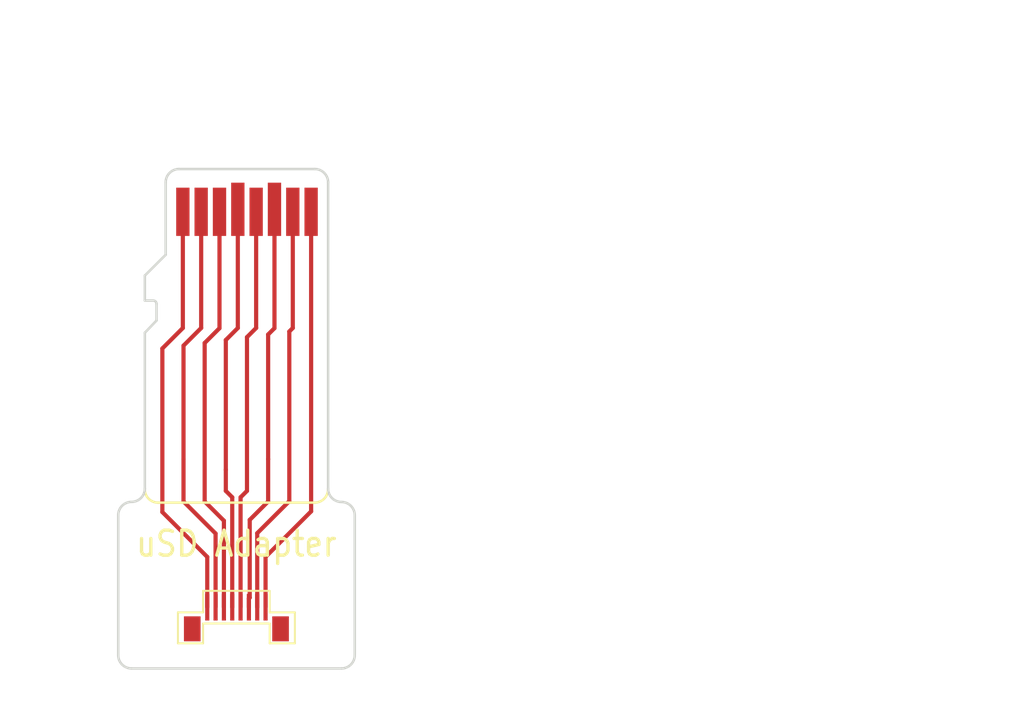
<source format=kicad_pcb>
(kicad_pcb (version 20171130) (host pcbnew 5.1.5+dfsg1-2build2)

  (general
    (thickness 1.6)
    (drawings 37)
    (tracks 43)
    (zones 0)
    (modules 2)
    (nets 9)
  )

  (page A4)
  (title_block
    (title "Micro SD card adapter")
    (date 2016-02-26)
    (rev 1)
    (company SRPOL)
    (comment 1 "Author: Adam Malinowski <a.malinowsk2@partner.samsung.com>")
    (comment 2 "Copyright (c) 2016 Samsung Electronics Co., Ltd All Rights Reserved")
  )

  (layers
    (0 F.Cu signal)
    (31 B.Cu signal)
    (32 B.Adhes user)
    (33 F.Adhes user)
    (34 B.Paste user)
    (35 F.Paste user)
    (36 B.SilkS user)
    (37 F.SilkS user)
    (38 B.Mask user)
    (39 F.Mask user)
    (40 Dwgs.User user)
    (41 Cmts.User user)
    (42 Eco1.User user)
    (43 Eco2.User user)
    (44 Edge.Cuts user)
    (45 Margin user)
    (46 B.CrtYd user)
    (47 F.CrtYd user)
    (48 B.Fab user)
    (49 F.Fab user)
  )

  (setup
    (last_trace_width 0.25)
    (trace_clearance 0.2)
    (zone_clearance 0.508)
    (zone_45_only no)
    (trace_min 0.2)
    (via_size 0.6)
    (via_drill 0.4)
    (via_min_size 0.4)
    (via_min_drill 0.3)
    (uvia_size 0.3)
    (uvia_drill 0.1)
    (uvias_allowed no)
    (uvia_min_size 0.2)
    (uvia_min_drill 0.1)
    (edge_width 0.15)
    (segment_width 0.15)
    (pcb_text_width 0.3)
    (pcb_text_size 1.5 1.5)
    (mod_edge_width 0.15)
    (mod_text_size 1 1)
    (mod_text_width 0.15)
    (pad_size 0.8 2.9)
    (pad_drill 0)
    (pad_to_mask_clearance 0.2)
    (aux_axis_origin 157.627 115.013)
    (grid_origin 146.07 110.06)
    (visible_elements FFFFFF7F)
    (pcbplotparams
      (layerselection 0x010fc_ffffffff)
      (usegerberextensions true)
      (usegerberattributes false)
      (usegerberadvancedattributes false)
      (creategerberjobfile false)
      (excludeedgelayer true)
      (linewidth 0.100000)
      (plotframeref false)
      (viasonmask false)
      (mode 1)
      (useauxorigin true)
      (hpglpennumber 1)
      (hpglpenspeed 20)
      (hpglpendiameter 15.000000)
      (psnegative false)
      (psa4output false)
      (plotreference false)
      (plotvalue false)
      (plotinvisibletext false)
      (padsonsilk false)
      (subtractmaskfromsilk true)
      (outputformat 1)
      (mirror false)
      (drillshape 0)
      (scaleselection 1)
      (outputdirectory "gerbers/"))
  )

  (net 0 "")
  (net 1 /D1)
  (net 2 /D0)
  (net 3 /VSS)
  (net 4 /CLK)
  (net 5 /VDD)
  (net 6 /CMD)
  (net 7 /D3)
  (net 8 /D2)

  (net_class Default "This is the default net class."
    (clearance 0.2)
    (trace_width 0.25)
    (via_dia 0.6)
    (via_drill 0.4)
    (uvia_dia 0.3)
    (uvia_drill 0.1)
    (add_net /CLK)
    (add_net /CMD)
    (add_net /D0)
    (add_net /D1)
    (add_net /D2)
    (add_net /D3)
    (add_net /VDD)
    (add_net /VSS)
  )

  (module connectors:FPC_8 (layer F.Cu) (tedit 0) (tstamp 6169B4C7)
    (at 150.515 111.33)
    (path /6169630A)
    (attr smd)
    (fp_text reference J2 (at 0 1.95) (layer F.SilkS) hide
      (effects (font (size 1 1) (thickness 0.15)))
    )
    (fp_text value Conn_01x08 (at 0 3.1) (layer F.Fab)
      (effects (font (size 1 1) (thickness 0.15)))
    )
    (fp_line (start -3.75 -1.2) (end -3.75 2.4) (layer F.CrtYd) (width 0.05))
    (fp_line (start -3.75 2.4) (end 3.75 2.4) (layer F.CrtYd) (width 0.05))
    (fp_line (start 3.75 -1.2) (end 3.75 2.4) (layer F.CrtYd) (width 0.05))
    (fp_line (start -3.75 -1.2) (end 3.75 -1.2) (layer F.CrtYd) (width 0.05))
    (fp_line (start 2 0.31) (end 2 -0.98) (layer F.SilkS) (width 0.12))
    (fp_line (start -2 0.31) (end -2 -0.98) (layer F.SilkS) (width 0.12))
    (fp_line (start 3.51 0.31) (end 2 0.31) (layer F.SilkS) (width 0.12))
    (fp_line (start -3.51 0.31) (end -2 0.31) (layer F.SilkS) (width 0.12))
    (fp_line (start 3.51 2.17) (end 3.51 0.31) (layer F.SilkS) (width 0.12))
    (fp_line (start -3.51 2.17) (end -3.51 0.31) (layer F.SilkS) (width 0.12))
    (fp_line (start 2 2.17) (end 3.51 2.17) (layer F.SilkS) (width 0.12))
    (fp_line (start -2 2.17) (end -3.51 2.17) (layer F.SilkS) (width 0.12))
    (fp_line (start 2 0.98) (end 2 2.17) (layer F.SilkS) (width 0.12))
    (fp_line (start -2 0.98) (end -2 2.17) (layer F.SilkS) (width 0.12))
    (fp_line (start -2 0.98) (end 2 0.98) (layer F.SilkS) (width 0.12))
    (fp_line (start -2 -0.98) (end 2 -0.98) (layer F.SilkS) (width 0.12))
    (pad 0 smd rect (at 2.65 1.3) (size 1 1.5) (layers F.Cu F.Paste F.Mask))
    (pad 0 smd rect (at -2.65 1.3) (size 1 1.5) (layers F.Cu F.Paste F.Mask))
    (pad 8 smd rect (at 1.75 0) (size 0.25 1.6) (layers F.Cu F.Paste F.Mask)
      (net 1 /D1))
    (pad 7 smd rect (at 1.25 0) (size 0.25 1.6) (layers F.Cu F.Paste F.Mask)
      (net 2 /D0))
    (pad 6 smd rect (at 0.75 0) (size 0.25 1.6) (layers F.Cu F.Paste F.Mask)
      (net 3 /VSS))
    (pad 5 smd rect (at 0.25 0) (size 0.25 1.6) (layers F.Cu F.Paste F.Mask)
      (net 4 /CLK))
    (pad 4 smd rect (at -0.25 0) (size 0.25 1.6) (layers F.Cu F.Paste F.Mask)
      (net 5 /VDD))
    (pad 3 smd rect (at -0.75 0) (size 0.25 1.6) (layers F.Cu F.Paste F.Mask)
      (net 6 /CMD))
    (pad 2 smd rect (at -1.25 0) (size 0.25 1.6) (layers F.Cu F.Paste F.Mask)
      (net 7 /D3))
    (pad 1 smd rect (at -1.75 0) (size 0.25 1.6) (layers F.Cu F.Paste F.Mask)
      (net 8 /D2))
  )

  (module connectors:usd (layer F.Cu) (tedit 561E0908) (tstamp 5A844DA4)
    (at 147.3 87.58)
    (path /561E06AA)
    (fp_text reference J1 (at 3.79 2.35) (layer F.SilkS) hide
      (effects (font (size 1 1) (thickness 0.15)))
    )
    (fp_text value usd-plug (at 3.64 -2.55) (layer F.Fab) hide
      (effects (font (size 1 1) (thickness 0.15)))
    )
    (pad 8 smd rect (at 7.7 0) (size 0.8 2.9) (layers F.Cu F.Paste F.Mask)
      (net 1 /D1))
    (pad 7 smd rect (at 6.6 0) (size 0.8 2.9) (layers F.Cu F.Paste F.Mask)
      (net 2 /D0))
    (pad 6 smd rect (at 5.5 -0.15) (size 0.8 3.2) (layers F.Cu F.Paste F.Mask)
      (net 3 /VSS))
    (pad 5 smd rect (at 4.4 0) (size 0.8 2.9) (layers F.Cu F.Paste F.Mask)
      (net 4 /CLK))
    (pad 4 smd rect (at 3.3 -0.15) (size 0.8 3.2) (layers F.Cu F.Paste F.Mask)
      (net 5 /VDD))
    (pad 3 smd rect (at 2.2 0) (size 0.8 2.9) (layers F.Cu F.Paste F.Mask)
      (net 6 /CMD))
    (pad 2 smd rect (at 1.1 0) (size 0.8 2.9) (layers F.Cu F.Paste F.Mask)
      (net 7 /D3))
    (pad 1 smd rect (at 0 0) (size 0.8 2.9) (layers F.Cu F.Paste F.Mask)
      (net 8 /D2))
  )

  (gr_line (start 145.82 105.05) (end 155.215 105.05) (angle 90) (layer F.SilkS) (width 0.15) (tstamp 5A844D85))
  (gr_text "uSD Adapter" (at 150.515 107.52) (layer F.SilkS)
    (effects (font (size 1.5 1.3) (thickness 0.2)))
  )
  (gr_line (start 156.4 84.95) (end 157.3 84.6) (layer Cmts.User) (width 0.15) (tstamp 5A844E3F))
  (gr_line (start 156.4 84.95) (end 156.75 84.05) (layer Cmts.User) (width 0.15) (tstamp 5A844E3C))
  (gr_text "2. Contacts finished with gold" (at 179.53 78.39) (layer Cmts.User)
    (effects (font (size 1.5 1.5) (thickness 0.1)))
  )
  (gr_line (start 161.63 79.59) (end 197.73 79.59) (layer Cmts.User) (width 0.15))
  (gr_line (start 156.38 84.94) (end 161.63 79.59) (layer Cmts.User) (width 0.15))
  (gr_line (start 156.75 84.55) (end 145.75 84.55) (layer Cmts.User) (width 0.15) (tstamp 5A844D79))
  (gr_line (start 156.75 89.55) (end 156.75 84.55) (layer Cmts.User) (width 0.15) (tstamp 5A844D76))
  (gr_line (start 145.75 89.55) (end 156.75 89.55) (layer Cmts.User) (width 0.15) (tstamp 5A844D73))
  (gr_line (start 145.75 84.55) (end 145.75 89.55) (layer Cmts.User) (width 0.15) (tstamp 5A844D70))
  (gr_text "1. Board thickness: 0.8mm" (at 177.601428 75.91) (layer Cmts.User)
    (effects (font (size 1.5 1.5) (thickness 0.1)))
  )
  (dimension 30.000013 (width 0.3) (layer Dwgs.User) (tstamp 5A844D92)
    (gr_text "30.000 mm" (at 139.010001 100.015364 270.0381972) (layer Dwgs.User) (tstamp 5A844D92)
      (effects (font (size 1.5 1.5) (thickness 0.3)))
    )
    (feature1 (pts (xy 147.07 115.01) (xy 137.670002 115.016267)))
    (feature2 (pts (xy 147.05 85.009994) (xy 137.650002 85.016261)))
    (crossbar (pts (xy 140.350001 85.014461) (xy 140.370001 115.014467)))
    (arrow1a (pts (xy 140.370001 115.014467) (xy 139.782829 113.888354)))
    (arrow1b (pts (xy 140.370001 115.014467) (xy 140.955671 113.887573)))
    (arrow2a (pts (xy 140.350001 85.014461) (xy 139.764331 86.141355)))
    (arrow2b (pts (xy 140.350001 85.014461) (xy 140.937173 86.140574)))
  )
  (dimension 14.2 (width 0.3) (layer Dwgs.User) (tstamp 5A844D8C)
    (gr_text "14.200 mm" (at 150.52 119.01) (layer Dwgs.User) (tstamp 5A844D8C)
      (effects (font (size 1.5 1.5) (thickness 0.3)))
    )
    (feature1 (pts (xy 157.62 114.16) (xy 157.62 120.36)))
    (feature2 (pts (xy 143.42 114.16) (xy 143.42 120.36)))
    (crossbar (pts (xy 143.42 117.66) (xy 157.62 117.66)))
    (arrow1a (pts (xy 157.62 117.66) (xy 156.493496 118.246421)))
    (arrow1b (pts (xy 157.62 117.66) (xy 156.493496 117.073579)))
    (arrow2a (pts (xy 143.42 117.66) (xy 144.546504 118.246421)))
    (arrow2b (pts (xy 143.42 117.66) (xy 144.546504 117.073579)))
  )
  (gr_arc (start 145.815 104.25) (end 145.815 105.05) (angle 90) (layer F.SilkS) (width 0.15) (tstamp 5A844D82))
  (gr_arc (start 155.215 104.25) (end 156.015 104.25) (angle 90) (layer F.SilkS) (width 0.15) (tstamp 5A844E00))
  (gr_arc (start 156.82 114.21) (end 157.62 114.21) (angle 90) (layer Edge.Cuts) (width 0.15) (tstamp 5A844DFD))
  (gr_line (start 157.62 105.805) (end 157.62 114.21) (angle 90) (layer Edge.Cuts) (width 0.15) (tstamp 5A844DFA))
  (gr_arc (start 144.22 114.21) (end 144.22 115.01) (angle 90) (layer Edge.Cuts) (width 0.15) (tstamp 5A844DF7))
  (gr_line (start 143.42 105.805) (end 143.42 114.21) (angle 90) (layer Edge.Cuts) (width 0.15) (tstamp 5A844DF4))
  (gr_arc (start 156.82 105.81) (end 156.82 105.01) (angle 90) (layer Edge.Cuts) (width 0.15) (tstamp 5A844E57))
  (gr_arc (start 144.22 105.805) (end 143.42 105.805) (angle 90) (layer Edge.Cuts) (width 0.15) (tstamp 5A844E54))
  (gr_arc (start 145.52 93.11) (end 145.72 93.11) (angle -90) (layer Edge.Cuts) (width 0.15) (tstamp 5A844E51))
  (gr_line (start 146.27 90.16) (end 146.27 85.81) (angle 90) (layer Edge.Cuts) (width 0.15) (tstamp 5A844E4E))
  (gr_line (start 145.72 94.11) (end 145.02 94.844519) (angle 90) (layer Edge.Cuts) (width 0.15) (tstamp 5A844E4B))
  (gr_line (start 145.72 93.11) (end 145.72 94.11) (angle 90) (layer Edge.Cuts) (width 0.15) (tstamp 5A844E66))
  (gr_line (start 145.02 92.91) (end 145.52 92.91) (angle 90) (layer Edge.Cuts) (width 0.15) (tstamp 5A844E63))
  (gr_line (start 145.02 91.41) (end 145.02 92.91) (angle 90) (layer Edge.Cuts) (width 0.15) (tstamp 5A844E60))
  (gr_line (start 146.27 90.16) (end 145.02 91.41) (angle 90) (layer Edge.Cuts) (width 0.15) (tstamp 5A844E5D))
  (gr_arc (start 156.82 104.21) (end 156.82 105.01) (angle 90) (layer Edge.Cuts) (width 0.15) (tstamp 5A844E5A))
  (gr_arc (start 144.22 104.205) (end 145.02 104.205) (angle 90) (layer Edge.Cuts) (width 0.15) (tstamp 5A844E2A))
  (gr_arc (start 147.07 85.81) (end 147.07 85.01) (angle -90) (layer Edge.Cuts) (width 0.15) (tstamp 5A844E27))
  (gr_arc (start 155.22 85.81) (end 156.02 85.81) (angle -90) (layer Edge.Cuts) (width 0.15) (tstamp 5A844E24))
  (gr_line (start 156.02 104.21) (end 156.02 85.81) (angle 90) (layer Edge.Cuts) (width 0.15) (tstamp 5A8512EB))
  (gr_line (start 144.215 115.01) (end 156.82 115.01) (angle 90) (layer Edge.Cuts) (width 0.15) (tstamp 5A8511B7))
  (gr_line (start 145.02 94.844519) (end 145.02 104.21) (angle 90) (layer Edge.Cuts) (width 0.15) (tstamp 5A844DC4))
  (gr_line (start 155.22 85.01) (end 147.07 85.01) (angle 90) (layer Edge.Cuts) (width 0.15) (tstamp 5A844DC1))

  (segment (start 152.265 108.31) (end 152.265 111.33) (width 0.25) (layer F.Cu) (net 1))
  (segment (start 155 105.575) (end 152.265 108.31) (width 0.25) (layer F.Cu) (net 1))
  (segment (start 155 87.58) (end 155 105.575) (width 0.25) (layer F.Cu) (net 1))
  (segment (start 153.69 104.961114) (end 153.69 94.77) (width 0.25) (layer F.Cu) (net 2))
  (segment (start 153.69 94.77) (end 153.9 94.56) (width 0.25) (layer F.Cu) (net 2))
  (segment (start 153.9 94.56) (end 153.9 87.58) (width 0.25) (layer F.Cu) (net 2))
  (segment (start 151.765 106.886114) (end 153.69 104.961114) (width 0.25) (layer F.Cu) (net 2))
  (segment (start 151.765 111.33) (end 151.765 106.886114) (width 0.25) (layer F.Cu) (net 2))
  (segment (start 152.8 94.57) (end 152.8 87.43) (width 0.25) (layer F.Cu) (net 3))
  (segment (start 152.42 94.95) (end 152.8 94.57) (width 0.25) (layer F.Cu) (net 3))
  (segment (start 151.31499 110.76001) (end 151.31499 106.08501) (width 0.25) (layer F.Cu) (net 3))
  (segment (start 151.265 110.81) (end 151.31499 110.76001) (width 0.25) (layer F.Cu) (net 3))
  (segment (start 151.265 111.33) (end 151.265 110.81) (width 0.25) (layer F.Cu) (net 3))
  (segment (start 152.42 104.98) (end 152.42 102.44) (width 0.25) (layer F.Cu) (net 3))
  (segment (start 151.31499 106.08501) (end 152.42 104.98) (width 0.25) (layer F.Cu) (net 3))
  (segment (start 152.42 102.44) (end 152.42 94.95) (width 0.25) (layer F.Cu) (net 3))
  (segment (start 151.15 95.11) (end 151.7 94.56) (width 0.25) (layer F.Cu) (net 4))
  (segment (start 151.7 94.56) (end 151.7 87.58) (width 0.25) (layer F.Cu) (net 4))
  (segment (start 150.765 111.33) (end 150.765 104.73) (width 0.25) (layer F.Cu) (net 4))
  (segment (start 150.765 104.73) (end 151.15 104.345) (width 0.25) (layer F.Cu) (net 4))
  (segment (start 151.15 104.345) (end 151.15 95.11) (width 0.25) (layer F.Cu) (net 4))
  (segment (start 149.88 95.28) (end 150.6 94.56) (width 0.25) (layer F.Cu) (net 5))
  (segment (start 150.6 94.56) (end 150.6 87.43) (width 0.25) (layer F.Cu) (net 5))
  (segment (start 150.265 111.33) (end 150.265 104.73) (width 0.25) (layer F.Cu) (net 5))
  (segment (start 149.88 104.345) (end 149.88 103.075) (width 0.25) (layer F.Cu) (net 5))
  (segment (start 150.265 104.73) (end 149.88 104.345) (width 0.25) (layer F.Cu) (net 5))
  (segment (start 149.88 103.075) (end 149.88 95.28) (width 0.25) (layer F.Cu) (net 5))
  (segment (start 148.61 95.46) (end 149.5 94.57) (width 0.25) (layer F.Cu) (net 6))
  (segment (start 149.5 94.57) (end 149.5 87.58) (width 0.25) (layer F.Cu) (net 6))
  (segment (start 149.765 106.135) (end 148.61 104.98) (width 0.25) (layer F.Cu) (net 6))
  (segment (start 149.765 111.33) (end 149.765 106.135) (width 0.25) (layer F.Cu) (net 6))
  (segment (start 148.61 104.98) (end 148.61 95.46) (width 0.25) (layer F.Cu) (net 6))
  (segment (start 148.4 94.56) (end 148.4 87.58) (width 0.25) (layer F.Cu) (net 7))
  (segment (start 147.34 95.62) (end 148.4 94.56) (width 0.25) (layer F.Cu) (net 7))
  (segment (start 149.265 111.33) (end 149.265 106.905) (width 0.25) (layer F.Cu) (net 7))
  (segment (start 147.34 104.98) (end 147.34 102.44) (width 0.25) (layer F.Cu) (net 7))
  (segment (start 149.265 106.905) (end 147.34 104.98) (width 0.25) (layer F.Cu) (net 7))
  (segment (start 147.34 102.44) (end 147.34 95.62) (width 0.25) (layer F.Cu) (net 7))
  (segment (start 146.07 95.79) (end 147.3 94.56) (width 0.25) (layer F.Cu) (net 8))
  (segment (start 147.3 94.56) (end 147.3 87.58) (width 0.25) (layer F.Cu) (net 8))
  (segment (start 148.765 108.31) (end 146.07 105.615) (width 0.25) (layer F.Cu) (net 8))
  (segment (start 148.765 111.33) (end 148.765 108.31) (width 0.25) (layer F.Cu) (net 8))
  (segment (start 146.07 105.615) (end 146.07 95.79) (width 0.25) (layer F.Cu) (net 8))

)

</source>
